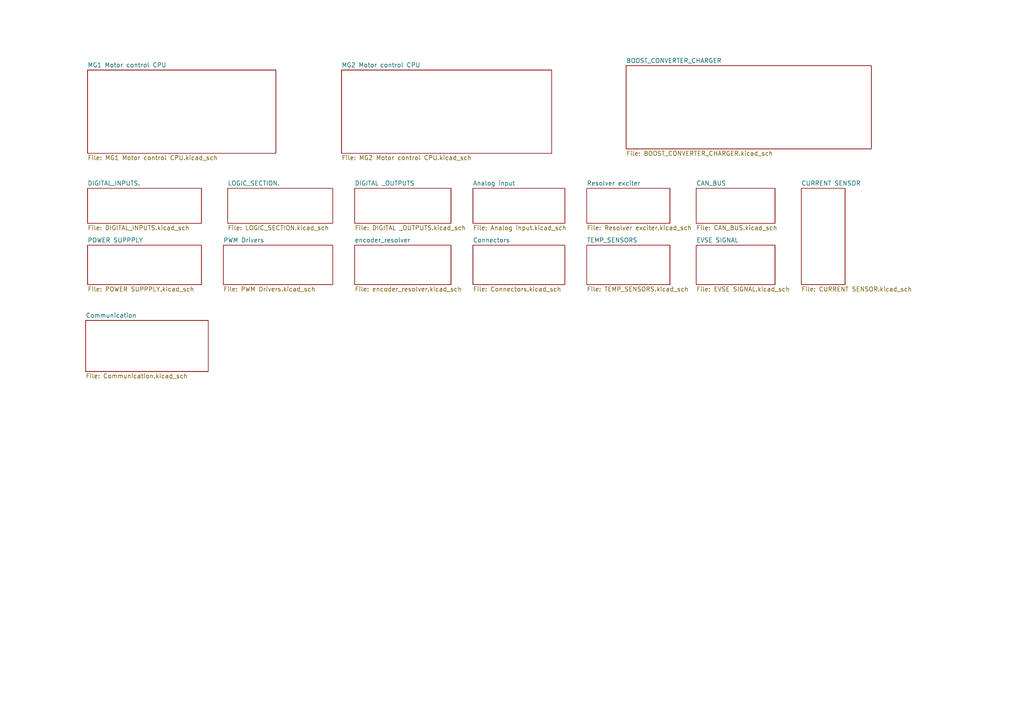
<source format=kicad_sch>
(kicad_sch (version 20211123) (generator eeschema)
  (paper "A4")
  (lib_symbols)
  (sheet (at 25.4 20.32) (size 54.61 24.13)
    (property "Sheet name" "MG1 Motor control CPU" (at 25.4 19.6084 0) (effects (justify left bottom)))
    (property "Sheet file" "MG1 Motor control CPU.kicad_sch" (at 25.4 45.0346 0) (effects (justify left top)))
  )
  (sheet (at 99.06 20.32) (size 60.96 24.13)
    (property "Sheet name" "MG2 Motor control CPU" (at 99.06 19.6084 0) (effects (justify left bottom)))
    (property "Sheet file" "MG2 Motor control CPU.kicad_sch" (at 99.06 45.0346 0) (effects (justify left top)))
  )
  (sheet (at 64.77 71.12) (size 31.75 11.43)
    (property "Sheet name" "PWM Drivers" (at 64.77 70.4084 0) (effects (justify left bottom)))
    (property "Sheet file" "PWM Drivers.kicad_sch" (at 64.77 83.1346 0) (effects (justify left top)))
  )
  (sheet (at 102.87 71.12) (size 27.94 11.43)
    (property "Sheet name" "encoder_resolver" (at 102.87 70.4084 0) (effects (justify left bottom)))
    (property "Sheet file" "encoder_resolver.kicad_sch" (at 102.87 83.1346 0) (effects (justify left top)))
  )
  (sheet (at 137.16 71.12) (size 26.67 11.43)
    (property "Sheet name" "Connectors" (at 137.16 70.4084 0) (effects (justify left bottom)))
    (property "Sheet file" "Connectors.kicad_sch" (at 137.16 83.1346 0) (effects (justify left top)))
  )
  (sheet (at 25.4 71.12) (size 33.02 11.43)
    (property "Sheet name" "POWER SUPPPLY" (at 25.4 70.4084 0) (effects (justify left bottom)))
    (property "Sheet file" "POWER SUPPPLY.kicad_sch" (at 25.4 83.1346 0) (effects (justify left top)))
  )
  (sheet (at 102.87 54.61) (size 27.94 10.16)
    (property "Sheet name" "DIGITAL _OUTPUTS" (at 102.87 53.8984 0) (effects (justify left bottom)))
    (property "Sheet file" "DIGITAL _OUTPUTS.kicad_sch" (at 102.87 65.3546 0) (effects (justify left top)))
  )
  (sheet (at 232.41 54.61) (size 12.7 27.94)
    (property "Sheet name" "CURRENT SENSOR" (at 232.41 53.8984 0) (effects (justify left bottom)))
    (property "Sheet file" "CURRENT SENSOR.kicad_sch" (at 232.41 83.1346 0) (effects (justify left top)))
  )
  (sheet (at 201.93 54.61) (size 22.86 10.16)
    (property "Sheet name" "CAN_BUS" (at 201.93 53.8984 0) (effects (justify left bottom)))
    (property "Sheet file" "CAN_BUS.kicad_sch" (at 201.93 65.3546 0) (effects (justify left top)))
  )
  (sheet (at 25.4 54.61) (size 33.02 10.16)
    (property "Sheet name" "DIGITAL_INPUTS." (at 25.4 53.8984 0) (effects (justify left bottom)))
    (property "Sheet file" "DIGITAL_INPUTS.kicad_sch" (at 25.4 65.3546 0) (effects (justify left top)))
  )
  (sheet (at 181.61 19.05) (size 71.12 24.13)
    (property "Sheet name" "BOOST_CONVERTER_CHARGER" (at 181.61 18.3384 0) (effects (justify left bottom)))
    (property "Sheet file" "BOOST_CONVERTER_CHARGER.kicad_sch" (at 181.61 43.7646 0) (effects (justify left top)))
  )
  (sheet (at 170.18 54.61) (size 24.13 10.16)
    (property "Sheet name" "Resolver exciter" (at 170.18 53.8984 0) (effects (justify left bottom)))
    (property "Sheet file" "Resolver exciter.kicad_sch" (at 170.18 65.3546 0) (effects (justify left top)))
  )
  (sheet (at 170.18 71.12) (size 24.13 11.43)
    (property "Sheet name" "TEMP_SENSORS" (at 170.18 70.4084 0) (effects (justify left bottom)))
    (property "Sheet file" "TEMP_SENSORS.kicad_sch" (at 170.18 83.1346 0) (effects (justify left top)))
  )
  (sheet (at 201.93 71.12) (size 22.86 11.43)
    (property "Sheet name" "EVSE SIGNAL" (at 201.93 70.4084 0) (effects (justify left bottom)))
    (property "Sheet file" "EVSE SIGNAL.kicad_sch" (at 201.93 83.1346 0) (effects (justify left top)))
  )
  (sheet (at 66.04 54.61) (size 30.48 10.16)
    (property "Sheet name" "LOGIC_SECTION." (at 66.04 53.8984 0) (effects (justify left bottom)))
    (property "Sheet file" "LOGIC_SECTION.kicad_sch" (at 66.04 65.3546 0) (effects (justify left top)))
  )
  (sheet (at 137.16 54.61) (size 26.67 10.16)
    (property "Sheet name" "Analog input" (at 137.16 53.8984 0) (effects (justify left bottom)))
    (property "Sheet file" "Analog input.kicad_sch" (at 137.16 65.3546 0) (effects (justify left top)))
  )
  (sheet (at 24.8412 92.9386) (size 35.56 14.8082)
    (property "Sheet name" "Communication" (at 24.8412 92.227 0) (effects (justify left bottom)))
    (property "Sheet file" "Communication.kicad_sch" (at 24.8412 108.3314 0) (effects (justify left top)))
  )
)
</source>
